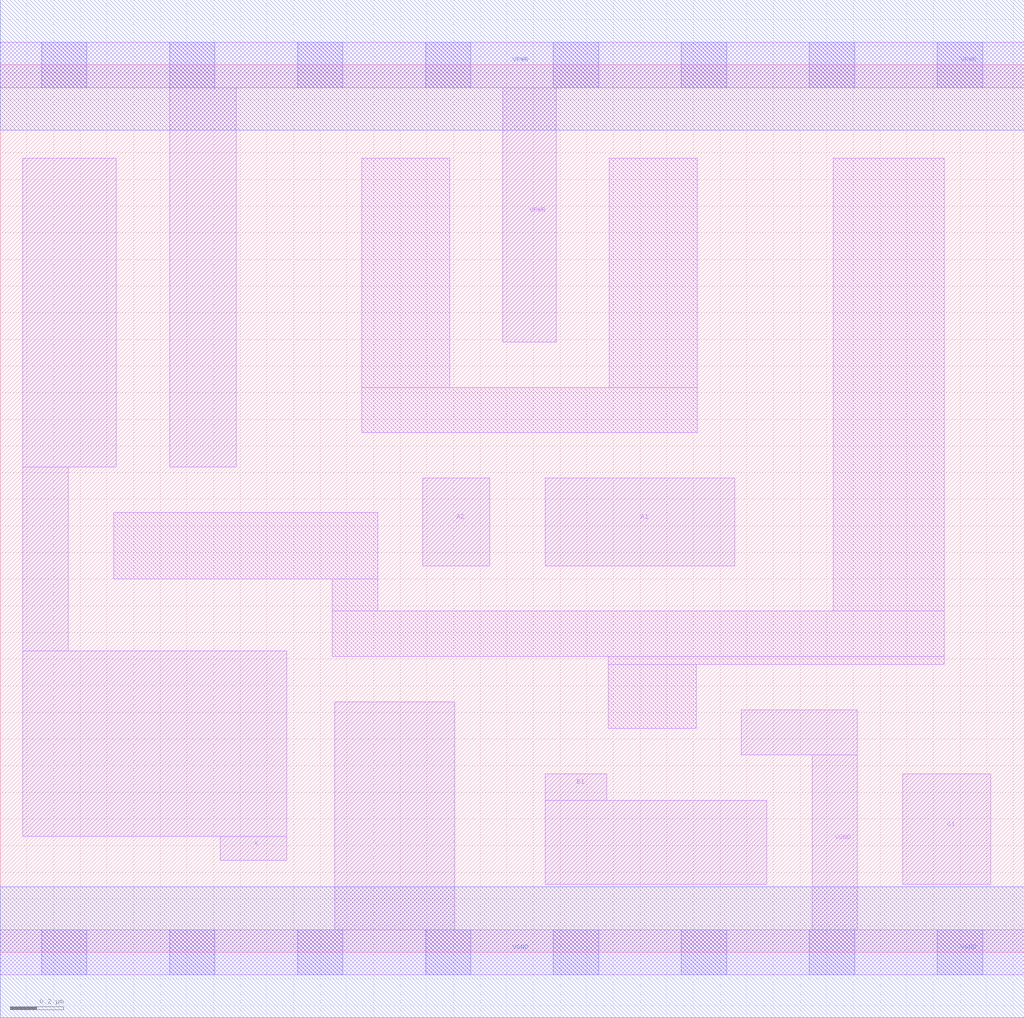
<source format=lef>
# Copyright 2020 The SkyWater PDK Authors
#
# Licensed under the Apache License, Version 2.0 (the "License");
# you may not use this file except in compliance with the License.
# You may obtain a copy of the License at
#
#     https://www.apache.org/licenses/LICENSE-2.0
#
# Unless required by applicable law or agreed to in writing, software
# distributed under the License is distributed on an "AS IS" BASIS,
# WITHOUT WARRANTIES OR CONDITIONS OF ANY KIND, either express or implied.
# See the License for the specific language governing permissions and
# limitations under the License.
#
# SPDX-License-Identifier: Apache-2.0

VERSION 5.7 ;
  NAMESCASESENSITIVE ON ;
  NOWIREEXTENSIONATPIN ON ;
  DIVIDERCHAR "/" ;
  BUSBITCHARS "[]" ;
UNITS
  DATABASE MICRONS 200 ;
END UNITS
MACRO sky130_fd_sc_hs__a211o_1
  CLASS CORE ;
  SOURCE USER ;
  FOREIGN sky130_fd_sc_hs__a211o_1 ;
  ORIGIN  0.000000  0.000000 ;
  SIZE  3.840000 BY  3.330000 ;
  SYMMETRY X Y ;
  SITE unit ;
  PIN A1
    ANTENNAGATEAREA  0.246000 ;
    DIRECTION INPUT ;
    USE SIGNAL ;
    PORT
      LAYER li1 ;
        RECT 2.045000 1.450000 2.755000 1.780000 ;
    END
  END A1
  PIN A2
    ANTENNAGATEAREA  0.246000 ;
    DIRECTION INPUT ;
    USE SIGNAL ;
    PORT
      LAYER li1 ;
        RECT 1.585000 1.450000 1.835000 1.780000 ;
    END
  END A2
  PIN B1
    ANTENNAGATEAREA  0.246000 ;
    DIRECTION INPUT ;
    USE SIGNAL ;
    PORT
      LAYER li1 ;
        RECT 2.045000 0.255000 2.875000 0.570000 ;
        RECT 2.045000 0.570000 2.275000 0.670000 ;
    END
  END B1
  PIN C1
    ANTENNAGATEAREA  0.246000 ;
    DIRECTION INPUT ;
    USE SIGNAL ;
    PORT
      LAYER li1 ;
        RECT 3.385000 0.255000 3.715000 0.670000 ;
    END
  END C1
  PIN X
    ANTENNADIFFAREA  0.504100 ;
    DIRECTION OUTPUT ;
    USE SIGNAL ;
    PORT
      LAYER li1 ;
        RECT 0.085000 0.435000 1.075000 1.130000 ;
        RECT 0.085000 1.130000 0.255000 1.820000 ;
        RECT 0.085000 1.820000 0.435000 2.980000 ;
        RECT 0.825000 0.345000 1.075000 0.435000 ;
    END
  END X
  PIN VGND
    DIRECTION INOUT ;
    USE GROUND ;
    PORT
      LAYER li1 ;
        RECT 0.000000 -0.085000 3.840000 0.085000 ;
        RECT 1.255000  0.085000 1.705000 0.940000 ;
        RECT 2.780000  0.740000 3.215000 0.910000 ;
        RECT 3.045000  0.085000 3.215000 0.740000 ;
      LAYER mcon ;
        RECT 0.155000 -0.085000 0.325000 0.085000 ;
        RECT 0.635000 -0.085000 0.805000 0.085000 ;
        RECT 1.115000 -0.085000 1.285000 0.085000 ;
        RECT 1.595000 -0.085000 1.765000 0.085000 ;
        RECT 2.075000 -0.085000 2.245000 0.085000 ;
        RECT 2.555000 -0.085000 2.725000 0.085000 ;
        RECT 3.035000 -0.085000 3.205000 0.085000 ;
        RECT 3.515000 -0.085000 3.685000 0.085000 ;
      LAYER met1 ;
        RECT 0.000000 -0.245000 3.840000 0.245000 ;
    END
  END VGND
  PIN VPWR
    DIRECTION INOUT ;
    USE POWER ;
    PORT
      LAYER li1 ;
        RECT 0.000000 3.245000 3.840000 3.415000 ;
        RECT 0.635000 1.820000 0.885000 3.245000 ;
        RECT 1.885000 2.290000 2.085000 3.245000 ;
      LAYER mcon ;
        RECT 0.155000 3.245000 0.325000 3.415000 ;
        RECT 0.635000 3.245000 0.805000 3.415000 ;
        RECT 1.115000 3.245000 1.285000 3.415000 ;
        RECT 1.595000 3.245000 1.765000 3.415000 ;
        RECT 2.075000 3.245000 2.245000 3.415000 ;
        RECT 2.555000 3.245000 2.725000 3.415000 ;
        RECT 3.035000 3.245000 3.205000 3.415000 ;
        RECT 3.515000 3.245000 3.685000 3.415000 ;
      LAYER met1 ;
        RECT 0.000000 3.085000 3.840000 3.575000 ;
    END
  END VPWR
  OBS
    LAYER li1 ;
      RECT 0.425000 1.400000 1.415000 1.650000 ;
      RECT 1.245000 1.110000 3.540000 1.280000 ;
      RECT 1.245000 1.280000 1.415000 1.400000 ;
      RECT 1.355000 1.950000 2.615000 2.120000 ;
      RECT 1.355000 2.120000 1.685000 2.980000 ;
      RECT 2.280000 0.840000 2.610000 1.080000 ;
      RECT 2.280000 1.080000 3.540000 1.110000 ;
      RECT 2.285000 2.120000 2.615000 2.980000 ;
      RECT 3.125000 1.280000 3.540000 2.980000 ;
  END
END sky130_fd_sc_hs__a211o_1

</source>
